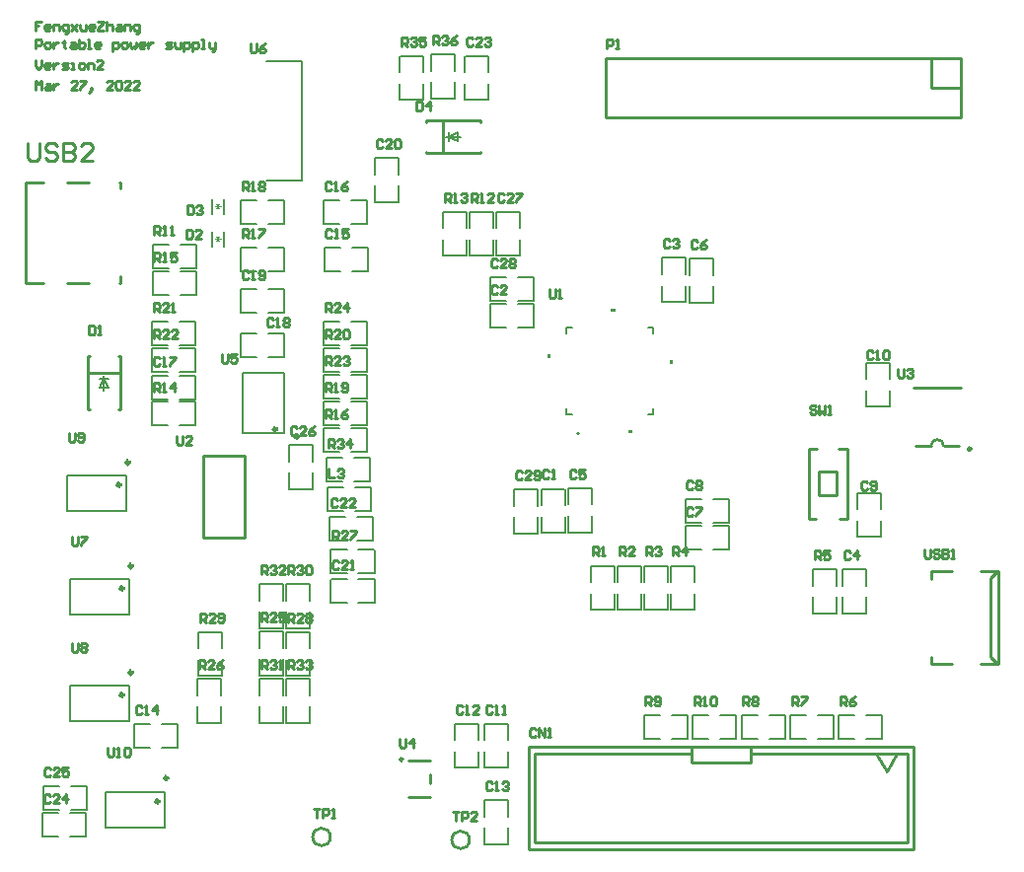
<source format=gto>
G04*
G04 #@! TF.GenerationSoftware,Altium Limited,Altium Designer,21.6.4 (81)*
G04*
G04 Layer_Color=65535*
%FSLAX25Y25*%
%MOIN*%
G70*
G04*
G04 #@! TF.SameCoordinates,D17E0072-19AB-4E61-9357-99CEFC96D61D*
G04*
G04*
G04 #@! TF.FilePolarity,Positive*
G04*
G01*
G75*
%ADD10C,0.01000*%
%ADD11C,0.00600*%
%ADD12C,0.01181*%
%ADD13C,0.00787*%
%ADD14C,0.00394*%
%ADD15C,0.00512*%
%ADD16C,0.00591*%
%ADD17C,0.00500*%
G36*
X66500Y213500D02*
X67600Y212600D01*
X65400D01*
X66500Y213500D01*
X65400Y214400D01*
X67600D01*
X66500Y213500D01*
D02*
G37*
G36*
Y224500D02*
X67600Y223600D01*
X65400D01*
X66500Y224500D01*
X65400Y225400D01*
X67600D01*
X66500Y224500D01*
D02*
G37*
G36*
X178918Y174671D02*
Y173171D01*
X177918D01*
Y174671D01*
X178918D01*
D02*
G37*
G36*
X199234Y189082D02*
Y190082D01*
X200734D01*
Y189082D01*
X199234D01*
D02*
G37*
G36*
X205140Y148918D02*
Y147918D01*
X206640D01*
Y148918D01*
X205140D01*
D02*
G37*
G36*
X219082Y172703D02*
Y171203D01*
X220082D01*
Y172703D01*
X219082D01*
D02*
G37*
D10*
X129000Y37740D02*
G03*
X129000Y37740I-500J0D01*
G01*
X104500Y11500D02*
G03*
X104500Y11500I-3000J0D01*
G01*
X151500Y10500D02*
G03*
X151500Y10500I-3000J0D01*
G01*
X311716Y143656D02*
G03*
X307453Y143658I-2132J-14D01*
G01*
X321158Y142596D02*
G03*
X321158Y142596I-674J0D01*
G01*
X33600Y230488D02*
Y232700D01*
X33071Y198700D02*
X33600D01*
Y200932D01*
X15630Y198700D02*
X22984D01*
X1600Y232700D02*
X7511D01*
X1600Y198700D02*
Y232700D01*
Y198700D02*
X7511D01*
X15630Y232700D02*
X22984D01*
X33071D02*
X33600D01*
X130957Y37343D02*
X138043D01*
Y29666D02*
Y32815D01*
X130957Y25138D02*
X138043D01*
X171540Y7177D02*
X301460D01*
X171540D02*
Y41823D01*
X301460D01*
Y7177D02*
Y41823D01*
X246500Y36500D02*
Y41500D01*
X226500Y36500D02*
X246500D01*
X226500D02*
Y41500D01*
X299500Y9500D02*
Y39500D01*
X173500Y9500D02*
X299500D01*
X173500D02*
Y39500D01*
X226500D01*
X246500D02*
X299500D01*
X292500Y33500D02*
X295830Y39544D01*
X288830D02*
X292500Y33500D01*
X330256Y69870D02*
Y101366D01*
X327461Y72311D02*
Y98964D01*
X329784Y101287D02*
X330256D01*
X327461Y98964D02*
X329784Y101287D01*
Y69988D02*
X330177D01*
X327461Y72311D02*
X329784Y69988D01*
X307619Y98785D02*
Y101366D01*
Y69870D02*
Y72451D01*
Y69870D02*
X314617D01*
X324340D02*
X330177D01*
X307619Y101366D02*
X314617D01*
X324340D02*
X330256D01*
X307500Y264500D02*
X317500D01*
X307500D02*
Y274500D01*
X197500Y254500D02*
X317500D01*
X197500D02*
Y274500D01*
X317500D01*
Y254500D02*
Y274500D01*
X61413Y112524D02*
X75587D01*
X61413Y140476D02*
X75587D01*
Y112524D02*
Y140476D01*
X61413Y112524D02*
X61413Y140476D01*
X142500Y242488D02*
Y253512D01*
X136945Y253512D02*
X155055Y253512D01*
X136945Y242488D02*
X155055Y242488D01*
X136945Y252847D02*
Y253512D01*
Y242488D02*
Y243153D01*
X155055Y252847D02*
Y253512D01*
Y242488D02*
Y243153D01*
X301626Y163342D02*
X317374D01*
X311720Y143658D02*
X316928D01*
X302072D02*
X307453D01*
X266074Y142771D02*
X268817D01*
X276183D02*
X279066D01*
X276363Y119149D02*
X279066D01*
X266074D02*
X268637D01*
X266074D02*
Y142771D01*
X279066Y119149D02*
Y142771D01*
X269570Y126960D02*
X275570D01*
Y134960D01*
X269570D02*
X275570D01*
X269570Y126960D02*
Y134960D01*
X22488Y168445D02*
X33512D01*
X33512Y174000D02*
X33512Y155890D01*
X22488D02*
X22488Y174000D01*
X32847D02*
X33512D01*
X22488D02*
X23153D01*
X32847Y155890D02*
X33512D01*
X22488D02*
X23153D01*
X5000Y264000D02*
Y266999D01*
X6000Y265999D01*
X6999Y266999D01*
Y264000D01*
X8499Y265999D02*
X9499D01*
X9998Y265499D01*
Y264000D01*
X8499D01*
X7999Y264499D01*
X8499Y264999D01*
X9998D01*
X10998Y265999D02*
Y264000D01*
Y264999D01*
X11498Y265499D01*
X11998Y265999D01*
X12498D01*
X18995Y264000D02*
X16996D01*
X18995Y265999D01*
Y266499D01*
X18496Y266999D01*
X17496D01*
X16996Y266499D01*
X19995Y266999D02*
X21994D01*
Y266499D01*
X19995Y264499D01*
Y264000D01*
X23494Y263500D02*
X23994Y264000D01*
Y264499D01*
X23494D01*
Y264000D01*
X23994D01*
X23494Y263500D01*
X22994Y263000D01*
X30992Y264000D02*
X28992D01*
X30992Y265999D01*
Y266499D01*
X30492Y266999D01*
X29492D01*
X28992Y266499D01*
X31991D02*
X32491Y266999D01*
X33491D01*
X33991Y266499D01*
Y264499D01*
X33491Y264000D01*
X32491D01*
X31991Y264499D01*
Y266499D01*
X36990Y264000D02*
X34990D01*
X36990Y265999D01*
Y266499D01*
X36490Y266999D01*
X35490D01*
X34990Y266499D01*
X39989Y264000D02*
X37989D01*
X39989Y265999D01*
Y266499D01*
X39489Y266999D01*
X38489D01*
X37989Y266499D01*
X5000Y273999D02*
Y272000D01*
X6000Y271000D01*
X6999Y272000D01*
Y273999D01*
X9499Y271000D02*
X8499D01*
X7999Y271500D01*
Y272499D01*
X8499Y272999D01*
X9499D01*
X9998Y272499D01*
Y272000D01*
X7999D01*
X10998Y272999D02*
Y271000D01*
Y272000D01*
X11498Y272499D01*
X11998Y272999D01*
X12498D01*
X13997Y271000D02*
X15497D01*
X15996Y271500D01*
X15497Y272000D01*
X14497D01*
X13997Y272499D01*
X14497Y272999D01*
X15996D01*
X16996Y271000D02*
X17996D01*
X17496D01*
Y272999D01*
X16996D01*
X19995Y271000D02*
X20995D01*
X21495Y271500D01*
Y272499D01*
X20995Y272999D01*
X19995D01*
X19495Y272499D01*
Y271500D01*
X19995Y271000D01*
X22494D02*
Y272999D01*
X23994D01*
X24494Y272499D01*
Y271000D01*
X27493D02*
X25493D01*
X27493Y272999D01*
Y273499D01*
X26993Y273999D01*
X25993D01*
X25493Y273499D01*
X5000Y278000D02*
Y280999D01*
X6499D01*
X6999Y280499D01*
Y279499D01*
X6499Y278999D01*
X5000D01*
X8499Y278000D02*
X9499D01*
X9998Y278500D01*
Y279499D01*
X9499Y279999D01*
X8499D01*
X7999Y279499D01*
Y278500D01*
X8499Y278000D01*
X10998Y279999D02*
Y278000D01*
Y278999D01*
X11498Y279499D01*
X11998Y279999D01*
X12498D01*
X14497Y280499D02*
Y279999D01*
X13997D01*
X14997D01*
X14497D01*
Y278500D01*
X14997Y278000D01*
X16996Y279999D02*
X17996D01*
X18496Y279499D01*
Y278000D01*
X16996D01*
X16496Y278500D01*
X16996Y278999D01*
X18496D01*
X19495Y280999D02*
Y278000D01*
X20995D01*
X21495Y278500D01*
Y278999D01*
Y279499D01*
X20995Y279999D01*
X19495D01*
X22494Y278000D02*
X23494D01*
X22994D01*
Y280999D01*
X22494D01*
X26493Y278000D02*
X25493D01*
X24994Y278500D01*
Y279499D01*
X25493Y279999D01*
X26493D01*
X26993Y279499D01*
Y278999D01*
X24994D01*
X30992Y277000D02*
Y279999D01*
X32491D01*
X32991Y279499D01*
Y278500D01*
X32491Y278000D01*
X30992D01*
X34490D02*
X35490D01*
X35990Y278500D01*
Y279499D01*
X35490Y279999D01*
X34490D01*
X33991Y279499D01*
Y278500D01*
X34490Y278000D01*
X36990Y279999D02*
Y278500D01*
X37490Y278000D01*
X37989Y278500D01*
X38489Y278000D01*
X38989Y278500D01*
Y279999D01*
X41488Y278000D02*
X40488D01*
X39989Y278500D01*
Y279499D01*
X40488Y279999D01*
X41488D01*
X41988Y279499D01*
Y278999D01*
X39989D01*
X42988Y279999D02*
Y278000D01*
Y278999D01*
X43488Y279499D01*
X43987Y279999D01*
X44487D01*
X48986Y278000D02*
X50485D01*
X50985Y278500D01*
X50485Y278999D01*
X49486D01*
X48986Y279499D01*
X49486Y279999D01*
X50985D01*
X51985D02*
Y278500D01*
X52485Y278000D01*
X53984D01*
Y279999D01*
X54984Y277000D02*
Y279999D01*
X56483D01*
X56983Y279499D01*
Y278500D01*
X56483Y278000D01*
X54984D01*
X57983Y277000D02*
Y279999D01*
X59482D01*
X59982Y279499D01*
Y278500D01*
X59482Y278000D01*
X57983D01*
X60982D02*
X61982D01*
X61482D01*
Y280999D01*
X60982D01*
X63481Y279999D02*
Y278500D01*
X63981Y278000D01*
X65480D01*
Y277500D01*
X64981Y277000D01*
X64481D01*
X65480Y278000D02*
Y279999D01*
X6999Y286999D02*
X5000D01*
Y285499D01*
X6000D01*
X5000D01*
Y284000D01*
X9499D02*
X8499D01*
X7999Y284500D01*
Y285499D01*
X8499Y285999D01*
X9499D01*
X9998Y285499D01*
Y284999D01*
X7999D01*
X10998Y284000D02*
Y285999D01*
X12498D01*
X12997Y285499D01*
Y284000D01*
X14997Y283000D02*
X15497D01*
X15996Y283500D01*
Y285999D01*
X14497D01*
X13997Y285499D01*
Y284500D01*
X14497Y284000D01*
X15996D01*
X16996Y285999D02*
X18995Y284000D01*
X17996Y284999D01*
X18995Y285999D01*
X16996Y284000D01*
X19995Y285999D02*
Y284500D01*
X20495Y284000D01*
X21994D01*
Y285999D01*
X24494Y284000D02*
X23494D01*
X22994Y284500D01*
Y285499D01*
X23494Y285999D01*
X24494D01*
X24994Y285499D01*
Y284999D01*
X22994D01*
X25993Y286999D02*
X27993D01*
Y286499D01*
X25993Y284500D01*
Y284000D01*
X27993D01*
X28992Y286999D02*
Y284000D01*
Y285499D01*
X29492Y285999D01*
X30492D01*
X30992Y285499D01*
Y284000D01*
X32491Y285999D02*
X33491D01*
X33991Y285499D01*
Y284000D01*
X32491D01*
X31991Y284500D01*
X32491Y284999D01*
X33991D01*
X34990Y284000D02*
Y285999D01*
X36490D01*
X36990Y285499D01*
Y284000D01*
X38989Y283000D02*
X39489D01*
X39989Y283500D01*
Y285999D01*
X38489D01*
X37989Y285499D01*
Y284500D01*
X38489Y284000D01*
X39989D01*
X2100Y245898D02*
Y240900D01*
X3100Y239900D01*
X5099D01*
X6099Y240900D01*
Y245898D01*
X12097Y244898D02*
X11097Y245898D01*
X9098D01*
X8098Y244898D01*
Y243899D01*
X9098Y242899D01*
X11097D01*
X12097Y241899D01*
Y240900D01*
X11097Y239900D01*
X9098D01*
X8098Y240900D01*
X14096Y245898D02*
Y239900D01*
X17095D01*
X18095Y240900D01*
Y241899D01*
X17095Y242899D01*
X14096D01*
X17095D01*
X18095Y243899D01*
Y244898D01*
X17095Y245898D01*
X14096D01*
X24093Y239900D02*
X20094D01*
X24093Y243899D01*
Y244898D01*
X23093Y245898D01*
X21094D01*
X20094Y244898D01*
X17100Y113099D02*
Y110600D01*
X17600Y110100D01*
X18599D01*
X19099Y110600D01*
Y113099D01*
X20099D02*
X22098D01*
Y112599D01*
X20099Y110600D01*
Y110100D01*
X60100Y68300D02*
Y71299D01*
X61599D01*
X62099Y70799D01*
Y69800D01*
X61599Y69300D01*
X60100D01*
X61100D02*
X62099Y68300D01*
X65098D02*
X63099D01*
X65098Y70299D01*
Y70799D01*
X64599Y71299D01*
X63599D01*
X63099Y70799D01*
X68097Y71299D02*
X67098Y70799D01*
X66098Y69800D01*
Y68800D01*
X66598Y68300D01*
X67598D01*
X68097Y68800D01*
Y69300D01*
X67598Y69800D01*
X66098D01*
X173999Y47799D02*
X173500Y48299D01*
X172500D01*
X172000Y47799D01*
Y45800D01*
X172500Y45300D01*
X173500D01*
X173999Y45800D01*
X174999Y45300D02*
Y48299D01*
X176998Y45300D01*
Y48299D01*
X177998Y45300D02*
X178998D01*
X178498D01*
Y48299D01*
X177998Y47799D01*
X305300Y108799D02*
Y106300D01*
X305800Y105800D01*
X306800D01*
X307299Y106300D01*
Y108799D01*
X310298Y108299D02*
X309799Y108799D01*
X308799D01*
X308299Y108299D01*
Y107799D01*
X308799Y107299D01*
X309799D01*
X310298Y106800D01*
Y106300D01*
X309799Y105800D01*
X308799D01*
X308299Y106300D01*
X311298Y108799D02*
Y105800D01*
X312798D01*
X313297Y106300D01*
Y106800D01*
X312798Y107299D01*
X311298D01*
X312798D01*
X313297Y107799D01*
Y108299D01*
X312798Y108799D01*
X311298D01*
X314297Y105800D02*
X315297D01*
X314797D01*
Y108799D01*
X314297Y108299D01*
X29300Y41799D02*
Y39300D01*
X29800Y38800D01*
X30799D01*
X31299Y39300D01*
Y41799D01*
X32299Y38800D02*
X33299D01*
X32799D01*
Y41799D01*
X32299Y41299D01*
X34798D02*
X35298Y41799D01*
X36298D01*
X36798Y41299D01*
Y39300D01*
X36298Y38800D01*
X35298D01*
X34798Y39300D01*
Y41299D01*
X16100Y148099D02*
Y145600D01*
X16600Y145100D01*
X17600D01*
X18099Y145600D01*
Y148099D01*
X19099Y145600D02*
X19599Y145100D01*
X20599D01*
X21098Y145600D01*
Y147599D01*
X20599Y148099D01*
X19599D01*
X19099Y147599D01*
Y147099D01*
X19599Y146599D01*
X21098D01*
X17100Y77099D02*
Y74600D01*
X17600Y74100D01*
X18599D01*
X19099Y74600D01*
Y77099D01*
X20099Y76599D02*
X20599Y77099D01*
X21599D01*
X22098Y76599D01*
Y76099D01*
X21599Y75599D01*
X22098Y75100D01*
Y74600D01*
X21599Y74100D01*
X20599D01*
X20099Y74600D01*
Y75100D01*
X20599Y75599D01*
X20099Y76099D01*
Y76599D01*
X20599Y75599D02*
X21599D01*
X77501Y279500D02*
Y277000D01*
X78001Y276501D01*
X79000D01*
X79500Y277000D01*
Y279500D01*
X82499D02*
X81499Y279000D01*
X80500Y278000D01*
Y277000D01*
X81000Y276501D01*
X81999D01*
X82499Y277000D01*
Y277500D01*
X81999Y278000D01*
X80500D01*
X67700Y174699D02*
Y172200D01*
X68200Y171700D01*
X69200D01*
X69699Y172200D01*
Y174699D01*
X72698D02*
X70699D01*
Y173199D01*
X71699Y173699D01*
X72199D01*
X72698Y173199D01*
Y172200D01*
X72199Y171700D01*
X71199D01*
X70699Y172200D01*
X128000Y44699D02*
Y42200D01*
X128500Y41700D01*
X129499D01*
X129999Y42200D01*
Y44699D01*
X132499Y41700D02*
Y44699D01*
X130999Y43200D01*
X132998D01*
X296300Y169799D02*
Y167300D01*
X296800Y166800D01*
X297799D01*
X298299Y167300D01*
Y169799D01*
X299299Y169299D02*
X299799Y169799D01*
X300799D01*
X301298Y169299D01*
Y168799D01*
X300799Y168299D01*
X300299D01*
X300799D01*
X301298Y167800D01*
Y167300D01*
X300799Y166800D01*
X299799D01*
X299299Y167300D01*
X52600Y146999D02*
Y144500D01*
X53100Y144000D01*
X54100D01*
X54599Y144500D01*
Y146999D01*
X57598Y144000D02*
X55599D01*
X57598Y145999D01*
Y146499D01*
X57099Y146999D01*
X56099D01*
X55599Y146499D01*
X178400Y196599D02*
Y194100D01*
X178900Y193600D01*
X179900D01*
X180399Y194100D01*
Y196599D01*
X181399Y193600D02*
X182399D01*
X181899D01*
Y196599D01*
X181399Y196099D01*
X146000Y19999D02*
X147999D01*
X147000D01*
Y17000D01*
X148999D02*
Y19999D01*
X150499D01*
X150998Y19499D01*
Y18499D01*
X150499Y18000D01*
X148999D01*
X153997Y17000D02*
X151998D01*
X153997Y18999D01*
Y19499D01*
X153498Y19999D01*
X152498D01*
X151998Y19499D01*
X99000Y20999D02*
X100999D01*
X100000D01*
Y18000D01*
X101999D02*
Y20999D01*
X103499D01*
X103998Y20499D01*
Y19500D01*
X103499Y19000D01*
X101999D01*
X104998Y18000D02*
X105998D01*
X105498D01*
Y20999D01*
X104998Y20499D01*
X268599Y156899D02*
X268099Y157399D01*
X267100D01*
X266600Y156899D01*
Y156399D01*
X267100Y155900D01*
X268099D01*
X268599Y155400D01*
Y154900D01*
X268099Y154400D01*
X267100D01*
X266600Y154900D01*
X269599Y157399D02*
Y154400D01*
X270599Y155400D01*
X271598Y154400D01*
Y157399D01*
X272598Y154400D02*
X273598D01*
X273098D01*
Y157399D01*
X272598Y156899D01*
X139100Y279200D02*
Y282199D01*
X140600D01*
X141099Y281699D01*
Y280699D01*
X140600Y280200D01*
X139100D01*
X140100D02*
X141099Y279200D01*
X142099Y281699D02*
X142599Y282199D01*
X143599D01*
X144098Y281699D01*
Y281199D01*
X143599Y280699D01*
X143099D01*
X143599D01*
X144098Y280200D01*
Y279700D01*
X143599Y279200D01*
X142599D01*
X142099Y279700D01*
X147097Y282199D02*
X146098Y281699D01*
X145098Y280699D01*
Y279700D01*
X145598Y279200D01*
X146598D01*
X147097Y279700D01*
Y280200D01*
X146598Y280699D01*
X145098D01*
X128600Y278800D02*
Y281799D01*
X130099D01*
X130599Y281299D01*
Y280299D01*
X130099Y279800D01*
X128600D01*
X129600D02*
X130599Y278800D01*
X131599Y281299D02*
X132099Y281799D01*
X133099D01*
X133598Y281299D01*
Y280799D01*
X133099Y280299D01*
X132599D01*
X133099D01*
X133598Y279800D01*
Y279300D01*
X133099Y278800D01*
X132099D01*
X131599Y279300D01*
X136597Y281799D02*
X134598D01*
Y280299D01*
X135598Y280799D01*
X136098D01*
X136597Y280299D01*
Y279300D01*
X136098Y278800D01*
X135098D01*
X134598Y279300D01*
X103800Y142900D02*
Y145899D01*
X105299D01*
X105799Y145399D01*
Y144399D01*
X105299Y143900D01*
X103800D01*
X104800D02*
X105799Y142900D01*
X106799Y145399D02*
X107299Y145899D01*
X108299D01*
X108798Y145399D01*
Y144899D01*
X108299Y144399D01*
X107799D01*
X108299D01*
X108798Y143900D01*
Y143400D01*
X108299Y142900D01*
X107299D01*
X106799Y143400D01*
X111298Y142900D02*
Y145899D01*
X109798Y144399D01*
X111797D01*
X90100Y68300D02*
Y71299D01*
X91600D01*
X92099Y70799D01*
Y69800D01*
X91600Y69300D01*
X90100D01*
X91100D02*
X92099Y68300D01*
X93099Y70799D02*
X93599Y71299D01*
X94599D01*
X95098Y70799D01*
Y70299D01*
X94599Y69800D01*
X94099D01*
X94599D01*
X95098Y69300D01*
Y68800D01*
X94599Y68300D01*
X93599D01*
X93099Y68800D01*
X96098Y70799D02*
X96598Y71299D01*
X97598D01*
X98097Y70799D01*
Y70299D01*
X97598Y69800D01*
X97098D01*
X97598D01*
X98097Y69300D01*
Y68800D01*
X97598Y68300D01*
X96598D01*
X96098Y68800D01*
X81100Y100200D02*
Y103199D01*
X82600D01*
X83099Y102699D01*
Y101699D01*
X82600Y101200D01*
X81100D01*
X82100D02*
X83099Y100200D01*
X84099Y102699D02*
X84599Y103199D01*
X85599D01*
X86098Y102699D01*
Y102199D01*
X85599Y101699D01*
X85099D01*
X85599D01*
X86098Y101200D01*
Y100700D01*
X85599Y100200D01*
X84599D01*
X84099Y100700D01*
X89097Y100200D02*
X87098D01*
X89097Y102199D01*
Y102699D01*
X88598Y103199D01*
X87598D01*
X87098Y102699D01*
X81100Y68300D02*
Y71299D01*
X82600D01*
X83099Y70799D01*
Y69800D01*
X82600Y69300D01*
X81100D01*
X82100D02*
X83099Y68300D01*
X84099Y70799D02*
X84599Y71299D01*
X85599D01*
X86098Y70799D01*
Y70299D01*
X85599Y69800D01*
X85099D01*
X85599D01*
X86098Y69300D01*
Y68800D01*
X85599Y68300D01*
X84599D01*
X84099Y68800D01*
X87098Y68300D02*
X88098D01*
X87598D01*
Y71299D01*
X87098Y70799D01*
X90100Y100200D02*
Y103199D01*
X91600D01*
X92099Y102699D01*
Y101699D01*
X91600Y101200D01*
X90100D01*
X91100D02*
X92099Y100200D01*
X93099Y102699D02*
X93599Y103199D01*
X94599D01*
X95098Y102699D01*
Y102199D01*
X94599Y101699D01*
X94099D01*
X94599D01*
X95098Y101200D01*
Y100700D01*
X94599Y100200D01*
X93599D01*
X93099Y100700D01*
X96098Y102699D02*
X96598Y103199D01*
X97598D01*
X98097Y102699D01*
Y100700D01*
X97598Y100200D01*
X96598D01*
X96098Y100700D01*
Y102699D01*
X60400Y84000D02*
Y86999D01*
X61900D01*
X62399Y86499D01*
Y85500D01*
X61900Y85000D01*
X60400D01*
X61400D02*
X62399Y84000D01*
X65398D02*
X63399D01*
X65398Y85999D01*
Y86499D01*
X64899Y86999D01*
X63899D01*
X63399Y86499D01*
X66398Y84500D02*
X66898Y84000D01*
X67898D01*
X68397Y84500D01*
Y86499D01*
X67898Y86999D01*
X66898D01*
X66398Y86499D01*
Y85999D01*
X66898Y85500D01*
X68397D01*
X90100Y84000D02*
Y86999D01*
X91600D01*
X92099Y86499D01*
Y85500D01*
X91600Y85000D01*
X90100D01*
X91100D02*
X92099Y84000D01*
X95098D02*
X93099D01*
X95098Y85999D01*
Y86499D01*
X94599Y86999D01*
X93599D01*
X93099Y86499D01*
X96098D02*
X96598Y86999D01*
X97598D01*
X98097Y86499D01*
Y85999D01*
X97598Y85500D01*
X98097Y85000D01*
Y84500D01*
X97598Y84000D01*
X96598D01*
X96098Y84500D01*
Y85000D01*
X96598Y85500D01*
X96098Y85999D01*
Y86499D01*
X96598Y85500D02*
X97598D01*
X105200Y111900D02*
Y114899D01*
X106700D01*
X107199Y114399D01*
Y113400D01*
X106700Y112900D01*
X105200D01*
X106200D02*
X107199Y111900D01*
X110198D02*
X108199D01*
X110198Y113899D01*
Y114399D01*
X109699Y114899D01*
X108699D01*
X108199Y114399D01*
X111198Y114899D02*
X113197D01*
Y114399D01*
X111198Y112400D01*
Y111900D01*
X81100Y84200D02*
Y87199D01*
X82600D01*
X83099Y86699D01*
Y85699D01*
X82600Y85200D01*
X81100D01*
X82100D02*
X83099Y84200D01*
X86098D02*
X84099D01*
X86098Y86199D01*
Y86699D01*
X85599Y87199D01*
X84599D01*
X84099Y86699D01*
X89097Y87199D02*
X87098D01*
Y85699D01*
X88098Y86199D01*
X88598D01*
X89097Y85699D01*
Y84700D01*
X88598Y84200D01*
X87598D01*
X87098Y84700D01*
X102800Y188900D02*
Y191899D01*
X104299D01*
X104799Y191399D01*
Y190400D01*
X104299Y189900D01*
X102800D01*
X103800D02*
X104799Y188900D01*
X107798D02*
X105799D01*
X107798Y190899D01*
Y191399D01*
X107299Y191899D01*
X106299D01*
X105799Y191399D01*
X110298Y188900D02*
Y191899D01*
X108798Y190400D01*
X110797D01*
X102800Y170900D02*
Y173899D01*
X104299D01*
X104799Y173399D01*
Y172399D01*
X104299Y171900D01*
X102800D01*
X103800D02*
X104799Y170900D01*
X107798D02*
X105799D01*
X107798Y172899D01*
Y173399D01*
X107299Y173899D01*
X106299D01*
X105799Y173399D01*
X108798D02*
X109298Y173899D01*
X110298D01*
X110797Y173399D01*
Y172899D01*
X110298Y172399D01*
X109798D01*
X110298D01*
X110797Y171900D01*
Y171400D01*
X110298Y170900D01*
X109298D01*
X108798Y171400D01*
X44800Y179900D02*
Y182899D01*
X46299D01*
X46799Y182399D01*
Y181400D01*
X46299Y180900D01*
X44800D01*
X45800D02*
X46799Y179900D01*
X49798D02*
X47799D01*
X49798Y181899D01*
Y182399D01*
X49299Y182899D01*
X48299D01*
X47799Y182399D01*
X52797Y179900D02*
X50798D01*
X52797Y181899D01*
Y182399D01*
X52298Y182899D01*
X51298D01*
X50798Y182399D01*
X44800Y188900D02*
Y191899D01*
X46299D01*
X46799Y191399D01*
Y190400D01*
X46299Y189900D01*
X44800D01*
X45800D02*
X46799Y188900D01*
X49798D02*
X47799D01*
X49798Y190899D01*
Y191399D01*
X49299Y191899D01*
X48299D01*
X47799Y191399D01*
X50798Y188900D02*
X51798D01*
X51298D01*
Y191899D01*
X50798Y191399D01*
X102700Y179900D02*
Y182899D01*
X104200D01*
X104699Y182399D01*
Y181400D01*
X104200Y180900D01*
X102700D01*
X103700D02*
X104699Y179900D01*
X107698D02*
X105699D01*
X107698Y181899D01*
Y182399D01*
X107199Y182899D01*
X106199D01*
X105699Y182399D01*
X108698D02*
X109198Y182899D01*
X110198D01*
X110697Y182399D01*
Y180400D01*
X110198Y179900D01*
X109198D01*
X108698Y180400D01*
Y182399D01*
X102700Y161900D02*
Y164899D01*
X104200D01*
X104699Y164399D01*
Y163400D01*
X104200Y162900D01*
X102700D01*
X103700D02*
X104699Y161900D01*
X105699D02*
X106699D01*
X106199D01*
Y164899D01*
X105699Y164399D01*
X108198Y162400D02*
X108698Y161900D01*
X109698D01*
X110198Y162400D01*
Y164399D01*
X109698Y164899D01*
X108698D01*
X108198Y164399D01*
Y163899D01*
X108698Y163400D01*
X110198D01*
X74800Y229900D02*
Y232899D01*
X76300D01*
X76799Y232399D01*
Y231399D01*
X76300Y230900D01*
X74800D01*
X75800D02*
X76799Y229900D01*
X77799D02*
X78799D01*
X78299D01*
Y232899D01*
X77799Y232399D01*
X80298D02*
X80798Y232899D01*
X81798D01*
X82298Y232399D01*
Y231899D01*
X81798Y231399D01*
X82298Y230900D01*
Y230400D01*
X81798Y229900D01*
X80798D01*
X80298Y230400D01*
Y230900D01*
X80798Y231399D01*
X80298Y231899D01*
Y232399D01*
X80798Y231399D02*
X81798D01*
X74800Y213900D02*
Y216899D01*
X76300D01*
X76799Y216399D01*
Y215400D01*
X76300Y214900D01*
X74800D01*
X75800D02*
X76799Y213900D01*
X77799D02*
X78799D01*
X78299D01*
Y216899D01*
X77799Y216399D01*
X80298Y216899D02*
X82298D01*
Y216399D01*
X80298Y214400D01*
Y213900D01*
X102700Y152900D02*
Y155899D01*
X104200D01*
X104699Y155399D01*
Y154400D01*
X104200Y153900D01*
X102700D01*
X103700D02*
X104699Y152900D01*
X105699D02*
X106699D01*
X106199D01*
Y155899D01*
X105699Y155399D01*
X110198Y155899D02*
X109198Y155399D01*
X108198Y154400D01*
Y153400D01*
X108698Y152900D01*
X109698D01*
X110198Y153400D01*
Y153900D01*
X109698Y154400D01*
X108198D01*
X45000Y205900D02*
Y208899D01*
X46499D01*
X46999Y208399D01*
Y207400D01*
X46499Y206900D01*
X45000D01*
X46000D02*
X46999Y205900D01*
X47999D02*
X48999D01*
X48499D01*
Y208899D01*
X47999Y208399D01*
X52498Y208899D02*
X50498D01*
Y207400D01*
X51498Y207899D01*
X51998D01*
X52498Y207400D01*
Y206400D01*
X51998Y205900D01*
X50998D01*
X50498Y206400D01*
X44800Y161900D02*
Y164899D01*
X46299D01*
X46799Y164399D01*
Y163400D01*
X46299Y162900D01*
X44800D01*
X45800D02*
X46799Y161900D01*
X47799D02*
X48799D01*
X48299D01*
Y164899D01*
X47799Y164399D01*
X51798Y161900D02*
Y164899D01*
X50298Y163400D01*
X52298D01*
X143100Y226000D02*
Y228999D01*
X144599D01*
X145099Y228499D01*
Y227500D01*
X144599Y227000D01*
X143100D01*
X144100D02*
X145099Y226000D01*
X146099D02*
X147099D01*
X146599D01*
Y228999D01*
X146099Y228499D01*
X148598D02*
X149098Y228999D01*
X150098D01*
X150598Y228499D01*
Y227999D01*
X150098Y227500D01*
X149598D01*
X150098D01*
X150598Y227000D01*
Y226500D01*
X150098Y226000D01*
X149098D01*
X148598Y226500D01*
X152100Y225990D02*
Y228989D01*
X153600D01*
X154099Y228489D01*
Y227490D01*
X153600Y226990D01*
X152100D01*
X153100D02*
X154099Y225990D01*
X155099D02*
X156099D01*
X155599D01*
Y228989D01*
X155099Y228489D01*
X159598Y225990D02*
X157598D01*
X159598Y227990D01*
Y228489D01*
X159098Y228989D01*
X158098D01*
X157598Y228489D01*
X45000Y214900D02*
Y217899D01*
X46499D01*
X46999Y217399D01*
Y216400D01*
X46499Y215900D01*
X45000D01*
X46000D02*
X46999Y214900D01*
X47999D02*
X48999D01*
X48499D01*
Y217899D01*
X47999Y217399D01*
X50498Y214900D02*
X51498D01*
X50998D01*
Y217899D01*
X50498Y217399D01*
X227500Y55900D02*
Y58899D01*
X228999D01*
X229499Y58399D01*
Y57399D01*
X228999Y56900D01*
X227500D01*
X228500D02*
X229499Y55900D01*
X230499D02*
X231499D01*
X230999D01*
Y58899D01*
X230499Y58399D01*
X232998D02*
X233498Y58899D01*
X234498D01*
X234998Y58399D01*
Y56400D01*
X234498Y55900D01*
X233498D01*
X232998Y56400D01*
Y58399D01*
X211000Y55900D02*
Y58899D01*
X212499D01*
X212999Y58399D01*
Y57399D01*
X212499Y56900D01*
X211000D01*
X212000D02*
X212999Y55900D01*
X213999Y56400D02*
X214499Y55900D01*
X215499D01*
X215998Y56400D01*
Y58399D01*
X215499Y58899D01*
X214499D01*
X213999Y58399D01*
Y57899D01*
X214499Y57399D01*
X215998D01*
X244000Y55900D02*
Y58899D01*
X245499D01*
X245999Y58399D01*
Y57399D01*
X245499Y56900D01*
X244000D01*
X245000D02*
X245999Y55900D01*
X246999Y58399D02*
X247499Y58899D01*
X248499D01*
X248998Y58399D01*
Y57899D01*
X248499Y57399D01*
X248998Y56900D01*
Y56400D01*
X248499Y55900D01*
X247499D01*
X246999Y56400D01*
Y56900D01*
X247499Y57399D01*
X246999Y57899D01*
Y58399D01*
X247499Y57399D02*
X248499D01*
X260400Y55900D02*
Y58899D01*
X261899D01*
X262399Y58399D01*
Y57399D01*
X261899Y56900D01*
X260400D01*
X261400D02*
X262399Y55900D01*
X263399Y58899D02*
X265398D01*
Y58399D01*
X263399Y56400D01*
Y55900D01*
X276700D02*
Y58899D01*
X278200D01*
X278699Y58399D01*
Y57399D01*
X278200Y56900D01*
X276700D01*
X277700D02*
X278699Y55900D01*
X281698Y58899D02*
X280699Y58399D01*
X279699Y57399D01*
Y56400D01*
X280199Y55900D01*
X281199D01*
X281698Y56400D01*
Y56900D01*
X281199Y57399D01*
X279699D01*
X268100Y105300D02*
Y108299D01*
X269600D01*
X270099Y107799D01*
Y106799D01*
X269600Y106300D01*
X268100D01*
X269100D02*
X270099Y105300D01*
X273098Y108299D02*
X271099D01*
Y106799D01*
X272099Y107299D01*
X272599D01*
X273098Y106799D01*
Y105800D01*
X272599Y105300D01*
X271599D01*
X271099Y105800D01*
X220100Y106500D02*
Y109499D01*
X221600D01*
X222099Y108999D01*
Y108000D01*
X221600Y107500D01*
X220100D01*
X221100D02*
X222099Y106500D01*
X224599D02*
Y109499D01*
X223099Y108000D01*
X225098D01*
X211100Y106500D02*
Y109499D01*
X212599D01*
X213099Y108999D01*
Y108000D01*
X212599Y107500D01*
X211100D01*
X212100D02*
X213099Y106500D01*
X214099Y108999D02*
X214599Y109499D01*
X215599D01*
X216098Y108999D01*
Y108499D01*
X215599Y108000D01*
X215099D01*
X215599D01*
X216098Y107500D01*
Y107000D01*
X215599Y106500D01*
X214599D01*
X214099Y107000D01*
X202100Y106500D02*
Y109499D01*
X203600D01*
X204099Y108999D01*
Y108000D01*
X203600Y107500D01*
X202100D01*
X203100D02*
X204099Y106500D01*
X207098D02*
X205099D01*
X207098Y108499D01*
Y108999D01*
X206599Y109499D01*
X205599D01*
X205099Y108999D01*
X193100Y106500D02*
Y109499D01*
X194599D01*
X195099Y108999D01*
Y108000D01*
X194599Y107500D01*
X193100D01*
X194100D02*
X195099Y106500D01*
X196099D02*
X197099D01*
X196599D01*
Y109499D01*
X196099Y108999D01*
X198000Y278000D02*
Y280999D01*
X199499D01*
X199999Y280499D01*
Y279500D01*
X199499Y279000D01*
X198000D01*
X200999Y278000D02*
X201999D01*
X201499D01*
Y280999D01*
X200999Y280499D01*
X104000Y135899D02*
Y132900D01*
X105999D01*
X106999Y135399D02*
X107499Y135899D01*
X108499D01*
X108998Y135399D01*
Y134899D01*
X108499Y134399D01*
X107999D01*
X108499D01*
X108998Y133900D01*
Y133400D01*
X108499Y132900D01*
X107499D01*
X106999Y133400D01*
X133600Y259999D02*
Y257000D01*
X135099D01*
X135599Y257500D01*
Y259499D01*
X135099Y259999D01*
X133600D01*
X138099Y257000D02*
Y259999D01*
X136599Y258500D01*
X138598D01*
X56101Y224900D02*
Y221901D01*
X57600D01*
X58100Y222400D01*
Y224400D01*
X57600Y224900D01*
X56101D01*
X59100Y224400D02*
X59600Y224900D01*
X60599D01*
X61099Y224400D01*
Y223900D01*
X60599Y223400D01*
X60100D01*
X60599D01*
X61099Y222900D01*
Y222400D01*
X60599Y221901D01*
X59600D01*
X59100Y222400D01*
X55801Y216799D02*
Y213801D01*
X57300D01*
X57800Y214300D01*
Y216300D01*
X57300Y216799D01*
X55801D01*
X60799Y213801D02*
X58800D01*
X60799Y215800D01*
Y216300D01*
X60299Y216799D01*
X59300D01*
X58800Y216300D01*
X23000Y184299D02*
Y181300D01*
X24499D01*
X24999Y181800D01*
Y183799D01*
X24499Y184299D01*
X23000D01*
X25999Y181300D02*
X26999D01*
X26499D01*
Y184299D01*
X25999Y183799D01*
X169199Y134699D02*
X168700Y135199D01*
X167700D01*
X167200Y134699D01*
Y132700D01*
X167700Y132200D01*
X168700D01*
X169199Y132700D01*
X172198Y132200D02*
X170199D01*
X172198Y134199D01*
Y134699D01*
X171699Y135199D01*
X170699D01*
X170199Y134699D01*
X173198Y132700D02*
X173698Y132200D01*
X174698D01*
X175197Y132700D01*
Y134699D01*
X174698Y135199D01*
X173698D01*
X173198Y134699D01*
Y134199D01*
X173698Y133700D01*
X175197D01*
X160999Y206399D02*
X160500Y206899D01*
X159500D01*
X159000Y206399D01*
Y204400D01*
X159500Y203900D01*
X160500D01*
X160999Y204400D01*
X163998Y203900D02*
X161999D01*
X163998Y205899D01*
Y206399D01*
X163499Y206899D01*
X162499D01*
X161999Y206399D01*
X164998D02*
X165498Y206899D01*
X166498D01*
X166997Y206399D01*
Y205899D01*
X166498Y205399D01*
X166997Y204900D01*
Y204400D01*
X166498Y203900D01*
X165498D01*
X164998Y204400D01*
Y204900D01*
X165498Y205399D01*
X164998Y205899D01*
Y206399D01*
X165498Y205399D02*
X166498D01*
X163099Y228499D02*
X162600Y228999D01*
X161600D01*
X161100Y228499D01*
Y226500D01*
X161600Y226000D01*
X162600D01*
X163099Y226500D01*
X166098Y226000D02*
X164099D01*
X166098Y227999D01*
Y228499D01*
X165599Y228999D01*
X164599D01*
X164099Y228499D01*
X167098Y228999D02*
X169097D01*
Y228499D01*
X167098Y226500D01*
Y226000D01*
X93099Y149799D02*
X92599Y150299D01*
X91600D01*
X91100Y149799D01*
Y147800D01*
X91600Y147300D01*
X92599D01*
X93099Y147800D01*
X96098Y147300D02*
X94099D01*
X96098Y149299D01*
Y149799D01*
X95599Y150299D01*
X94599D01*
X94099Y149799D01*
X99097Y150299D02*
X98098Y149799D01*
X97098Y148800D01*
Y147800D01*
X97598Y147300D01*
X98598D01*
X99097Y147800D01*
Y148300D01*
X98598Y148800D01*
X97098D01*
X9999Y34399D02*
X9499Y34899D01*
X8500D01*
X8000Y34399D01*
Y32400D01*
X8500Y31900D01*
X9499D01*
X9999Y32400D01*
X12998Y31900D02*
X10999D01*
X12998Y33899D01*
Y34399D01*
X12499Y34899D01*
X11499D01*
X10999Y34399D01*
X15997Y34899D02*
X13998D01*
Y33400D01*
X14998Y33899D01*
X15498D01*
X15997Y33400D01*
Y32400D01*
X15498Y31900D01*
X14498D01*
X13998Y32400D01*
X9799Y25399D02*
X9300Y25899D01*
X8300D01*
X7800Y25399D01*
Y23400D01*
X8300Y22900D01*
X9300D01*
X9799Y23400D01*
X12798Y22900D02*
X10799D01*
X12798Y24899D01*
Y25399D01*
X12299Y25899D01*
X11299D01*
X10799Y25399D01*
X15298Y22900D02*
Y25899D01*
X13798Y24399D01*
X15797D01*
X152599Y281299D02*
X152100Y281799D01*
X151100D01*
X150600Y281299D01*
Y279300D01*
X151100Y278800D01*
X152100D01*
X152599Y279300D01*
X155598Y278800D02*
X153599D01*
X155598Y280799D01*
Y281299D01*
X155099Y281799D01*
X154099D01*
X153599Y281299D01*
X156598D02*
X157098Y281799D01*
X158098D01*
X158597Y281299D01*
Y280799D01*
X158098Y280299D01*
X157598D01*
X158098D01*
X158597Y279800D01*
Y279300D01*
X158098Y278800D01*
X157098D01*
X156598Y279300D01*
X106699Y125399D02*
X106200Y125899D01*
X105200D01*
X104700Y125399D01*
Y123400D01*
X105200Y122900D01*
X106200D01*
X106699Y123400D01*
X109698Y122900D02*
X107699D01*
X109698Y124899D01*
Y125399D01*
X109199Y125899D01*
X108199D01*
X107699Y125399D01*
X112697Y122900D02*
X110698D01*
X112697Y124899D01*
Y125399D01*
X112198Y125899D01*
X111198D01*
X110698Y125399D01*
X107299Y104399D02*
X106799Y104899D01*
X105800D01*
X105300Y104399D01*
Y102400D01*
X105800Y101900D01*
X106799D01*
X107299Y102400D01*
X110298Y101900D02*
X108299D01*
X110298Y103899D01*
Y104399D01*
X109799Y104899D01*
X108799D01*
X108299Y104399D01*
X111298Y101900D02*
X112298D01*
X111798D01*
Y104899D01*
X111298Y104399D01*
X122099Y246699D02*
X121599Y247199D01*
X120600D01*
X120100Y246699D01*
Y244700D01*
X120600Y244200D01*
X121599D01*
X122099Y244700D01*
X125098Y244200D02*
X123099D01*
X125098Y246199D01*
Y246699D01*
X124599Y247199D01*
X123599D01*
X123099Y246699D01*
X126098D02*
X126598Y247199D01*
X127598D01*
X128097Y246699D01*
Y244700D01*
X127598Y244200D01*
X126598D01*
X126098Y244700D01*
Y246699D01*
X76799Y202399D02*
X76300Y202899D01*
X75300D01*
X74800Y202399D01*
Y200400D01*
X75300Y199900D01*
X76300D01*
X76799Y200400D01*
X77799Y199900D02*
X78799D01*
X78299D01*
Y202899D01*
X77799Y202399D01*
X80298Y200400D02*
X80798Y199900D01*
X81798D01*
X82298Y200400D01*
Y202399D01*
X81798Y202899D01*
X80798D01*
X80298Y202399D01*
Y201899D01*
X80798Y201399D01*
X82298D01*
X85051Y186400D02*
X84551Y186899D01*
X83551D01*
X83051Y186400D01*
Y184400D01*
X83551Y183900D01*
X84551D01*
X85051Y184400D01*
X86050Y183900D02*
X87050D01*
X86550D01*
Y186899D01*
X86050Y186400D01*
X88549D02*
X89049Y186899D01*
X90049D01*
X90549Y186400D01*
Y185900D01*
X90049Y185400D01*
X90549Y184900D01*
Y184400D01*
X90049Y183900D01*
X89049D01*
X88549Y184400D01*
Y184900D01*
X89049Y185400D01*
X88549Y185900D01*
Y186400D01*
X89049Y185400D02*
X90049D01*
X46799Y173299D02*
X46299Y173799D01*
X45300D01*
X44800Y173299D01*
Y171300D01*
X45300Y170800D01*
X46299D01*
X46799Y171300D01*
X47799Y170800D02*
X48799D01*
X48299D01*
Y173799D01*
X47799Y173299D01*
X50298Y173799D02*
X52298D01*
Y173299D01*
X50298Y171300D01*
Y170800D01*
X104799Y232399D02*
X104299Y232899D01*
X103300D01*
X102800Y232399D01*
Y230400D01*
X103300Y229900D01*
X104299D01*
X104799Y230400D01*
X105799Y229900D02*
X106799D01*
X106299D01*
Y232899D01*
X105799Y232399D01*
X110298Y232899D02*
X109298Y232399D01*
X108298Y231399D01*
Y230400D01*
X108798Y229900D01*
X109798D01*
X110298Y230400D01*
Y230900D01*
X109798Y231399D01*
X108298D01*
X104999Y216399D02*
X104499Y216899D01*
X103500D01*
X103000Y216399D01*
Y214400D01*
X103500Y213900D01*
X104499D01*
X104999Y214400D01*
X105999Y213900D02*
X106999D01*
X106499D01*
Y216899D01*
X105999Y216399D01*
X110498Y216899D02*
X108498D01*
Y215400D01*
X109498Y215899D01*
X109998D01*
X110498Y215400D01*
Y214400D01*
X109998Y213900D01*
X108998D01*
X108498Y214400D01*
X40799Y55399D02*
X40299Y55899D01*
X39300D01*
X38800Y55399D01*
Y53400D01*
X39300Y52900D01*
X40299D01*
X40799Y53400D01*
X41799Y52900D02*
X42799D01*
X42299D01*
Y55899D01*
X41799Y55399D01*
X45798Y52900D02*
Y55899D01*
X44298Y54400D01*
X46298D01*
X159099Y29799D02*
X158599Y30299D01*
X157600D01*
X157100Y29799D01*
Y27800D01*
X157600Y27300D01*
X158599D01*
X159099Y27800D01*
X160099Y27300D02*
X161099D01*
X160599D01*
Y30299D01*
X160099Y29799D01*
X162598D02*
X163098Y30299D01*
X164098D01*
X164598Y29799D01*
Y29299D01*
X164098Y28800D01*
X163598D01*
X164098D01*
X164598Y28300D01*
Y27800D01*
X164098Y27300D01*
X163098D01*
X162598Y27800D01*
X149099Y55499D02*
X148600Y55999D01*
X147600D01*
X147100Y55499D01*
Y53500D01*
X147600Y53000D01*
X148600D01*
X149099Y53500D01*
X150099Y53000D02*
X151099D01*
X150599D01*
Y55999D01*
X150099Y55499D01*
X154598Y53000D02*
X152598D01*
X154598Y54999D01*
Y55499D01*
X154098Y55999D01*
X153098D01*
X152598Y55499D01*
X159099D02*
X158599Y55999D01*
X157600D01*
X157100Y55499D01*
Y53500D01*
X157600Y53000D01*
X158599D01*
X159099Y53500D01*
X160099Y53000D02*
X161099D01*
X160599D01*
Y55999D01*
X160099Y55499D01*
X162598Y53000D02*
X163598D01*
X163098D01*
Y55999D01*
X162598Y55499D01*
X287730Y175378D02*
X287230Y175878D01*
X286231D01*
X285731Y175378D01*
Y173379D01*
X286231Y172879D01*
X287230D01*
X287730Y173379D01*
X288730Y172879D02*
X289730D01*
X289230D01*
Y175878D01*
X288730Y175378D01*
X291229D02*
X291729Y175878D01*
X292729D01*
X293229Y175378D01*
Y173379D01*
X292729Y172879D01*
X291729D01*
X291229Y173379D01*
Y175378D01*
X286000Y131240D02*
X285500Y131740D01*
X284501D01*
X284001Y131240D01*
Y129241D01*
X284501Y128741D01*
X285500D01*
X286000Y129241D01*
X287000D02*
X287500Y128741D01*
X288499D01*
X288999Y129241D01*
Y131240D01*
X288499Y131740D01*
X287500D01*
X287000Y131240D01*
Y130740D01*
X287500Y130240D01*
X288999D01*
X226999Y131399D02*
X226500Y131899D01*
X225500D01*
X225000Y131399D01*
Y129400D01*
X225500Y128900D01*
X226500D01*
X226999Y129400D01*
X227999Y131399D02*
X228499Y131899D01*
X229499D01*
X229998Y131399D01*
Y130899D01*
X229499Y130400D01*
X229998Y129900D01*
Y129400D01*
X229499Y128900D01*
X228499D01*
X227999Y129400D01*
Y129900D01*
X228499Y130400D01*
X227999Y130899D01*
Y131399D01*
X228499Y130400D02*
X229499D01*
X226999Y122399D02*
X226500Y122899D01*
X225500D01*
X225000Y122399D01*
Y120400D01*
X225500Y119900D01*
X226500D01*
X226999Y120400D01*
X227999Y122899D02*
X229998D01*
Y122399D01*
X227999Y120400D01*
Y119900D01*
X228499Y212799D02*
X227999Y213299D01*
X227000D01*
X226500Y212799D01*
Y210800D01*
X227000Y210300D01*
X227999D01*
X228499Y210800D01*
X231498Y213299D02*
X230499Y212799D01*
X229499Y211800D01*
Y210800D01*
X229999Y210300D01*
X230998D01*
X231498Y210800D01*
Y211300D01*
X230998Y211800D01*
X229499D01*
X187399Y135099D02*
X186899Y135599D01*
X185900D01*
X185400Y135099D01*
Y133100D01*
X185900Y132600D01*
X186899D01*
X187399Y133100D01*
X190398Y135599D02*
X188399D01*
Y134099D01*
X189399Y134599D01*
X189899D01*
X190398Y134099D01*
Y133100D01*
X189899Y132600D01*
X188899D01*
X188399Y133100D01*
X280099Y107799D02*
X279599Y108299D01*
X278600D01*
X278100Y107799D01*
Y105800D01*
X278600Y105300D01*
X279599D01*
X280099Y105800D01*
X282599Y105300D02*
Y108299D01*
X281099Y106799D01*
X283098D01*
X219099Y213099D02*
X218600Y213599D01*
X217600D01*
X217100Y213099D01*
Y211100D01*
X217600Y210600D01*
X218600D01*
X219099Y211100D01*
X220099Y213099D02*
X220599Y213599D01*
X221599D01*
X222098Y213099D01*
Y212599D01*
X221599Y212100D01*
X221099D01*
X221599D01*
X222098Y211600D01*
Y211100D01*
X221599Y210600D01*
X220599D01*
X220099Y211100D01*
X160999Y197399D02*
X160500Y197899D01*
X159500D01*
X159000Y197399D01*
Y195400D01*
X159500Y194900D01*
X160500D01*
X160999Y195400D01*
X163998Y194900D02*
X161999D01*
X163998Y196899D01*
Y197399D01*
X163499Y197899D01*
X162499D01*
X161999Y197399D01*
X178299Y134999D02*
X177799Y135499D01*
X176800D01*
X176300Y134999D01*
Y133000D01*
X176800Y132500D01*
X177799D01*
X178299Y133000D01*
X179299Y132500D02*
X180299D01*
X179799D01*
Y135499D01*
X179299Y134999D01*
D11*
X188473Y147933D02*
G03*
X188473Y147933I-300J0D01*
G01*
X213650Y154350D02*
Y156263D01*
X211737Y183650D02*
X213650D01*
X184350Y181737D02*
Y183650D01*
Y154350D02*
X186263D01*
X211737D02*
X213650D01*
Y181737D02*
Y183650D01*
X184350D02*
X186263D01*
X184350Y154350D02*
Y156263D01*
X82905Y273800D02*
X93058D01*
X82905Y233200D02*
X93058D01*
X94905D02*
Y273800D01*
X74808Y148078D02*
X88757D01*
X74808D02*
Y168363D01*
X88757D01*
Y148078D02*
Y168363D01*
X16357Y98490D02*
X36643D01*
X16357Y86510D02*
Y98490D01*
Y86510D02*
X36643D01*
Y98490D01*
Y50510D02*
Y62490D01*
X16357Y50510D02*
X36643D01*
X16357D02*
Y62490D01*
X36643D01*
X48446Y14510D02*
Y26490D01*
X28554Y14510D02*
X48446D01*
X28554D02*
Y26490D01*
X48446D01*
X35642Y121510D02*
Y133490D01*
X15358Y121510D02*
X35642D01*
X15358D02*
Y133490D01*
X35642D01*
D12*
X93657Y146808D02*
G03*
X93657Y146808I-591J0D01*
G01*
X86386Y149264D02*
G03*
X86386Y149264I-591J0D01*
G01*
X37612Y103061D02*
G03*
X37612Y103061I-591J0D01*
G01*
X34591Y95528D02*
G03*
X34591Y95528I-591J0D01*
G01*
Y59528D02*
G03*
X34591Y59528I-591J0D01*
G01*
X37612Y67061D02*
G03*
X37612Y67061I-591J0D01*
G01*
X46591Y23528D02*
G03*
X46591Y23528I-591J0D01*
G01*
X49530Y31415D02*
G03*
X49530Y31415I-591J0D01*
G01*
X33591Y130528D02*
G03*
X33591Y130528I-591J0D01*
G01*
X36612Y138061D02*
G03*
X36612Y138061I-591J0D01*
G01*
D13*
X111469Y218500D02*
X116900D01*
X111469Y226500D02*
X116900D01*
Y218563D02*
Y226437D01*
X102150Y218563D02*
Y226437D01*
X102200Y218500D02*
X107531D01*
X102200Y226500D02*
X107531D01*
X158360Y200500D02*
X163791D01*
X158360Y192500D02*
X163791D01*
X158360Y192563D02*
Y200437D01*
X173110Y192563D02*
Y200437D01*
X167728Y200500D02*
X173060D01*
X167728Y192500D02*
X173060D01*
X74100Y181500D02*
X79532D01*
X74100Y173500D02*
X79532D01*
X74100Y173563D02*
Y181437D01*
X88850Y173563D02*
Y181437D01*
X83469Y181500D02*
X88800D01*
X83469Y173500D02*
X88800D01*
X184800Y114460D02*
Y119891D01*
X192800Y114460D02*
Y119891D01*
X184863Y114460D02*
X192737D01*
X184863Y129210D02*
X192737D01*
X184800Y123828D02*
Y129160D01*
X192800Y123828D02*
Y129160D01*
X175700Y114360D02*
Y119791D01*
X183700Y114360D02*
Y119791D01*
X175763Y114360D02*
X183637D01*
X175763Y129110D02*
X183637D01*
X175700Y123728D02*
Y129060D01*
X183700Y123728D02*
Y129060D01*
X166600Y114100D02*
Y119532D01*
X174600Y114100D02*
Y119532D01*
X166663Y114100D02*
X174537D01*
X166663Y128850D02*
X174537D01*
X166600Y123468D02*
Y128800D01*
X174600Y123468D02*
Y128800D01*
X236209Y44500D02*
X241640D01*
X236209Y52500D02*
X241640D01*
Y44563D02*
Y52437D01*
X226890Y44563D02*
Y52437D01*
X226940Y44500D02*
X232272D01*
X226940Y52500D02*
X232272D01*
X219728Y44500D02*
X225160D01*
X219728Y52500D02*
X225160D01*
Y44563D02*
Y52437D01*
X210410Y44563D02*
Y52437D01*
X210460Y44500D02*
X215791D01*
X210460Y52500D02*
X215791D01*
X243360D02*
X248791D01*
X243360Y44500D02*
X248791D01*
X243360Y44563D02*
Y52437D01*
X258110Y44563D02*
Y52437D01*
X252728Y52500D02*
X258060D01*
X252728Y44500D02*
X258060D01*
X259840Y52500D02*
X265272D01*
X259840Y44500D02*
X265272D01*
X259840Y44563D02*
Y52437D01*
X274590Y44563D02*
Y52437D01*
X269209Y52500D02*
X274540D01*
X269209Y44500D02*
X274540D01*
X276100Y52500D02*
X281532D01*
X276100Y44500D02*
X281532D01*
X276100Y44563D02*
Y52437D01*
X290850Y44563D02*
Y52437D01*
X285469Y52500D02*
X290800D01*
X285469Y44500D02*
X290800D01*
X83469Y218500D02*
X88900D01*
X83469Y226500D02*
X88900D01*
Y218563D02*
Y226437D01*
X74150Y218563D02*
Y226437D01*
X74200Y218500D02*
X79532D01*
X74200Y226500D02*
X79532D01*
X83469Y202500D02*
X88900D01*
X83469Y210500D02*
X88900D01*
Y202563D02*
Y210437D01*
X74150Y202563D02*
Y210437D01*
X74200Y202500D02*
X79532D01*
X74200Y210500D02*
X79532D01*
X83469Y188500D02*
X88900D01*
X83469Y196500D02*
X88900D01*
Y188563D02*
Y196437D01*
X74150Y188563D02*
Y196437D01*
X74200Y188500D02*
X79532D01*
X74200Y196500D02*
X79532D01*
X59500Y50200D02*
Y55532D01*
X67500Y50200D02*
Y55532D01*
X59563Y50150D02*
X67437D01*
X59563Y64900D02*
X67437D01*
X59500Y59469D02*
Y64900D01*
X67500Y59469D02*
Y64900D01*
X164500Y44209D02*
Y49640D01*
X156500Y44209D02*
Y49640D01*
X156563D02*
X164437D01*
X156563Y34890D02*
X164437D01*
X164500Y34940D02*
Y40272D01*
X156500Y34940D02*
Y40272D01*
X164500Y18469D02*
Y23900D01*
X156500Y18469D02*
Y23900D01*
X156563D02*
X164437D01*
X156563Y9150D02*
X164437D01*
X164500Y9200D02*
Y14532D01*
X156500Y9200D02*
Y14532D01*
X47469Y41500D02*
X52900D01*
X47469Y49500D02*
X52900D01*
Y41563D02*
Y49437D01*
X38150Y41563D02*
Y49437D01*
X38200Y41500D02*
X43532D01*
X38200Y49500D02*
X43532D01*
X154500Y44209D02*
Y49640D01*
X146500Y44209D02*
Y49640D01*
X146563D02*
X154437D01*
X146563Y34890D02*
X154437D01*
X154500Y34940D02*
Y40272D01*
X146500Y34940D02*
Y40272D01*
X104100Y119500D02*
X109531D01*
X104100Y111500D02*
X109531D01*
X104100Y111563D02*
Y119437D01*
X118850Y111563D02*
Y119437D01*
X113469Y119500D02*
X118800D01*
X113469Y111500D02*
X118800D01*
X104620Y108500D02*
X110051D01*
X104620Y100500D02*
X110051D01*
X104620Y100563D02*
Y108437D01*
X119370Y100563D02*
Y108437D01*
X113988Y108500D02*
X119320D01*
X113988Y100500D02*
X119320D01*
X113988Y90500D02*
X119420D01*
X113988Y98500D02*
X119420D01*
Y90563D02*
Y98437D01*
X104670Y90563D02*
Y98437D01*
X104720Y90500D02*
X110051D01*
X104720Y98500D02*
X110051D01*
X112728Y121500D02*
X118160D01*
X112728Y129500D02*
X118160D01*
Y121563D02*
Y129437D01*
X103410Y121563D02*
Y129437D01*
X103460Y121500D02*
X108791D01*
X103460Y129500D02*
X108791D01*
X158360Y191500D02*
X163791D01*
X158360Y183500D02*
X163791D01*
X158360Y183563D02*
Y191437D01*
X173110Y183563D02*
Y191437D01*
X167728Y191500D02*
X173060D01*
X167728Y183500D02*
X173060D01*
X224500Y201728D02*
Y207160D01*
X216500Y201728D02*
Y207160D01*
X216563D02*
X224437D01*
X216563Y192410D02*
X224437D01*
X224500Y192460D02*
Y197791D01*
X216500Y192460D02*
Y197791D01*
X219500Y88360D02*
Y93791D01*
X227500Y88360D02*
Y93791D01*
X219563Y88360D02*
X227437D01*
X219563Y103110D02*
X227437D01*
X219500Y97728D02*
Y103060D01*
X227500Y97728D02*
Y103060D01*
X210500Y88360D02*
Y93791D01*
X218500Y88360D02*
Y93791D01*
X210563Y88360D02*
X218437D01*
X210563Y103110D02*
X218437D01*
X210500Y97728D02*
Y103060D01*
X218500Y97728D02*
Y103060D01*
X201500Y88360D02*
Y93791D01*
X209500Y88360D02*
Y93791D01*
X201563Y88360D02*
X209437D01*
X201563Y103110D02*
X209437D01*
X201500Y97728D02*
Y103060D01*
X209500Y97728D02*
Y103060D01*
X192500Y88360D02*
Y93791D01*
X200500Y88360D02*
Y93791D01*
X192563Y88360D02*
X200437D01*
X192563Y103110D02*
X200437D01*
X192500Y97728D02*
Y103060D01*
X200500Y97728D02*
Y103060D01*
X136000Y269969D02*
Y275400D01*
X128000Y269969D02*
Y275400D01*
X128063D02*
X135937D01*
X128063Y260650D02*
X135937D01*
X136000Y260700D02*
Y266032D01*
X128000Y260700D02*
Y266032D01*
X138500Y261100D02*
Y266531D01*
X146500Y261100D02*
Y266531D01*
X138563Y261100D02*
X146437D01*
X138563Y275850D02*
X146437D01*
X138500Y270468D02*
Y275800D01*
X146500Y270468D02*
Y275800D01*
X112469Y131500D02*
X117900D01*
X112469Y139500D02*
X117900D01*
Y131563D02*
Y139437D01*
X103150Y131563D02*
Y139437D01*
X103200Y131500D02*
X108531D01*
X103200Y139500D02*
X108531D01*
X88500Y59469D02*
Y64900D01*
X80500Y59469D02*
Y64900D01*
X80563D02*
X88437D01*
X80563Y50150D02*
X88437D01*
X88500Y50200D02*
Y55532D01*
X80500Y50200D02*
Y55532D01*
X16728Y20500D02*
X22160D01*
X16728Y28500D02*
X22160D01*
Y20563D02*
Y28437D01*
X7410Y20563D02*
Y28437D01*
X7460Y20500D02*
X12791D01*
X7460Y28500D02*
X12791D01*
X16468Y11500D02*
X21900D01*
X16468Y19500D02*
X21900D01*
Y11563D02*
Y19437D01*
X7150Y11563D02*
Y19437D01*
X7200Y11500D02*
X12531D01*
X7200Y19500D02*
X12531D01*
X158000Y269969D02*
Y275400D01*
X150000Y269969D02*
Y275400D01*
X150063D02*
X157937D01*
X150063Y260650D02*
X157937D01*
X158000Y260700D02*
Y266032D01*
X150000Y260700D02*
Y266032D01*
X98500Y138469D02*
Y143900D01*
X90500Y138469D02*
Y143900D01*
X90563D02*
X98437D01*
X90563Y129150D02*
X98437D01*
X98500Y129200D02*
Y134531D01*
X90500Y129200D02*
Y134531D01*
X67774Y75209D02*
Y80640D01*
X59774Y75209D02*
Y80640D01*
X59837D02*
X67711D01*
X59837Y65890D02*
X67711D01*
X67774Y65940D02*
Y71272D01*
X59774Y65940D02*
Y71272D01*
X80500Y82100D02*
Y87532D01*
X88500Y82100D02*
Y87532D01*
X80563Y82100D02*
X88437D01*
X80563Y96850D02*
X88437D01*
X80500Y91469D02*
Y96800D01*
X88500Y91469D02*
Y96800D01*
X80500Y66100D02*
Y71531D01*
X88500Y66100D02*
Y71531D01*
X80563Y66100D02*
X88437D01*
X80563Y80850D02*
X88437D01*
X80500Y75468D02*
Y80800D01*
X88500Y75468D02*
Y80800D01*
X89500Y82100D02*
Y87532D01*
X97500Y82100D02*
Y87532D01*
X89563Y82100D02*
X97437D01*
X89563Y96850D02*
X97437D01*
X89500Y91469D02*
Y96800D01*
X97500Y91469D02*
Y96800D01*
Y59469D02*
Y64900D01*
X89500Y59469D02*
Y64900D01*
X89563D02*
X97437D01*
X89563Y50150D02*
X97437D01*
X97500Y50200D02*
Y55532D01*
X89500Y50200D02*
Y55532D01*
X97500Y75209D02*
Y80640D01*
X89500Y75209D02*
Y80640D01*
X89563D02*
X97437D01*
X89563Y65890D02*
X97437D01*
X97500Y65940D02*
Y71272D01*
X89500Y65940D02*
Y71272D01*
X233728Y117500D02*
X239160D01*
X233728Y125500D02*
X239160D01*
Y117563D02*
Y125437D01*
X224410Y117563D02*
Y125437D01*
X224460Y117500D02*
X229791D01*
X224460Y125500D02*
X229791D01*
X233728Y108500D02*
X239160D01*
X233728Y116500D02*
X239160D01*
Y108563D02*
Y116437D01*
X224410Y108563D02*
Y116437D01*
X224460Y108500D02*
X229791D01*
X224460Y116500D02*
X229791D01*
X119500Y226100D02*
Y231532D01*
X127500Y226100D02*
Y231532D01*
X119563Y226100D02*
X127437D01*
X119563Y240850D02*
X127437D01*
X119500Y235469D02*
Y240800D01*
X127500Y235469D02*
Y240800D01*
X233900Y201428D02*
Y206860D01*
X225900Y201428D02*
Y206860D01*
X225963D02*
X233837D01*
X225963Y192110D02*
X233837D01*
X233900Y192160D02*
Y197491D01*
X225900Y192160D02*
Y197491D01*
X285480Y156978D02*
Y162410D01*
X293480Y156978D02*
Y162410D01*
X285543Y156978D02*
X293417D01*
X285543Y171728D02*
X293417D01*
X285480Y166347D02*
Y171678D01*
X293480Y166347D02*
Y171678D01*
X282500Y112840D02*
Y118272D01*
X290500Y112840D02*
Y118272D01*
X282563Y112840D02*
X290437D01*
X282563Y127590D02*
X290437D01*
X282500Y122209D02*
Y127540D01*
X290500Y122209D02*
Y127540D01*
X275500Y96469D02*
Y101900D01*
X267500Y96469D02*
Y101900D01*
X267563D02*
X275437D01*
X267563Y87150D02*
X275437D01*
X275500Y87200D02*
Y92532D01*
X267500Y87200D02*
Y92532D01*
X285500Y96469D02*
Y101900D01*
X277500Y96469D02*
Y101900D01*
X277563D02*
X285437D01*
X277563Y87150D02*
X285437D01*
X285500Y87200D02*
Y92532D01*
X277500Y87200D02*
Y92532D01*
X44360Y211500D02*
X49791D01*
X44360Y203500D02*
X49791D01*
X44360Y203563D02*
Y211437D01*
X59110Y203563D02*
Y211437D01*
X53728Y211500D02*
X59060D01*
X53728Y203500D02*
X59060D01*
X160500Y207840D02*
Y213272D01*
X168500Y207840D02*
Y213272D01*
X160563Y207840D02*
X168437D01*
X160563Y222590D02*
X168437D01*
X160500Y217209D02*
Y222540D01*
X168500Y217209D02*
Y222540D01*
X159500Y217159D02*
Y222590D01*
X151500Y217159D02*
Y222590D01*
X151563D02*
X159437D01*
X151563Y207840D02*
X159437D01*
X159500Y207890D02*
Y213222D01*
X151500Y207890D02*
Y213222D01*
X111728Y202500D02*
X117160D01*
X111728Y210500D02*
X117160D01*
Y202563D02*
Y210437D01*
X102410Y202563D02*
Y210437D01*
X102460Y202500D02*
X107791D01*
X102460Y210500D02*
X107791D01*
X142500Y207840D02*
Y213272D01*
X150500Y207840D02*
Y213272D01*
X142563Y207840D02*
X150437D01*
X142563Y222590D02*
X150437D01*
X142500Y217209D02*
Y222540D01*
X150500Y217209D02*
Y222540D01*
X53469Y150500D02*
X58900D01*
X53469Y158500D02*
X58900D01*
Y150563D02*
Y158437D01*
X44150Y150563D02*
Y158437D01*
X44200Y150500D02*
X49531D01*
X44200Y158500D02*
X49531D01*
X44240Y167400D02*
X49672D01*
X44240Y159400D02*
X49672D01*
X44240Y159463D02*
Y167337D01*
X58990Y159463D02*
Y167337D01*
X53609Y167400D02*
X58940D01*
X53609Y159400D02*
X58940D01*
X53728Y194500D02*
X59160D01*
X53728Y202500D02*
X59160D01*
Y194563D02*
Y202437D01*
X44410Y194563D02*
Y202437D01*
X44460Y194500D02*
X49791D01*
X44460Y202500D02*
X49791D01*
X102100Y149500D02*
X107531D01*
X102100Y141500D02*
X107531D01*
X102100Y141563D02*
Y149437D01*
X116850Y141563D02*
Y149437D01*
X111469Y149500D02*
X116800D01*
X111469Y141500D02*
X116800D01*
X53469Y168500D02*
X58900D01*
X53469Y176500D02*
X58900D01*
Y168563D02*
Y176437D01*
X44150Y168563D02*
Y176437D01*
X44200Y168500D02*
X49531D01*
X44200Y176500D02*
X49531D01*
X53469Y177500D02*
X58900D01*
X53469Y185500D02*
X58900D01*
Y177563D02*
Y185437D01*
X44150Y177563D02*
Y185437D01*
X44200Y177500D02*
X49531D01*
X44200Y185500D02*
X49531D01*
X102100Y176500D02*
X107531D01*
X102100Y168500D02*
X107531D01*
X102100Y168563D02*
Y176437D01*
X116850Y168563D02*
Y176437D01*
X111469Y176500D02*
X116800D01*
X111469Y168500D02*
X116800D01*
X102100Y158500D02*
X107531D01*
X102100Y150500D02*
X107531D01*
X102100Y150563D02*
Y158437D01*
X116850Y150563D02*
Y158437D01*
X111469Y158500D02*
X116800D01*
X111469Y150500D02*
X116800D01*
X111469Y177500D02*
X116900D01*
X111469Y185500D02*
X116900D01*
Y177563D02*
Y185437D01*
X102150Y177563D02*
Y185437D01*
X102200Y177500D02*
X107531D01*
X102200Y185500D02*
X107531D01*
X111469Y159500D02*
X116900D01*
X111469Y167500D02*
X116900D01*
Y159563D02*
Y167437D01*
X102150Y159563D02*
Y167437D01*
X102200Y159500D02*
X107531D01*
X102200Y167500D02*
X107531D01*
D14*
X65600Y224500D02*
X67500D01*
X65500Y213500D02*
X67400D01*
D15*
X68468Y221941D02*
Y227059D01*
X64531Y221941D02*
Y227059D01*
X64531Y210941D02*
Y216059D01*
X68468Y210941D02*
Y216059D01*
D16*
X93058Y233200D02*
X94905D01*
X93058Y273800D02*
X94905D01*
D17*
X143500Y248000D02*
X148500D01*
X144500D02*
X147500Y249500D01*
X144500Y246500D02*
Y248000D01*
X147500Y246500D01*
Y248000D01*
X144500D02*
Y249500D01*
X147500Y248000D02*
Y249500D01*
X28000Y162445D02*
Y167445D01*
Y166445D02*
X29500Y163445D01*
X26500Y166445D02*
X28000D01*
X26500Y163445D02*
X28000Y166445D01*
X26500Y163445D02*
X28000D01*
Y166445D02*
X29500D01*
X28000Y163445D02*
X29500D01*
M02*

</source>
